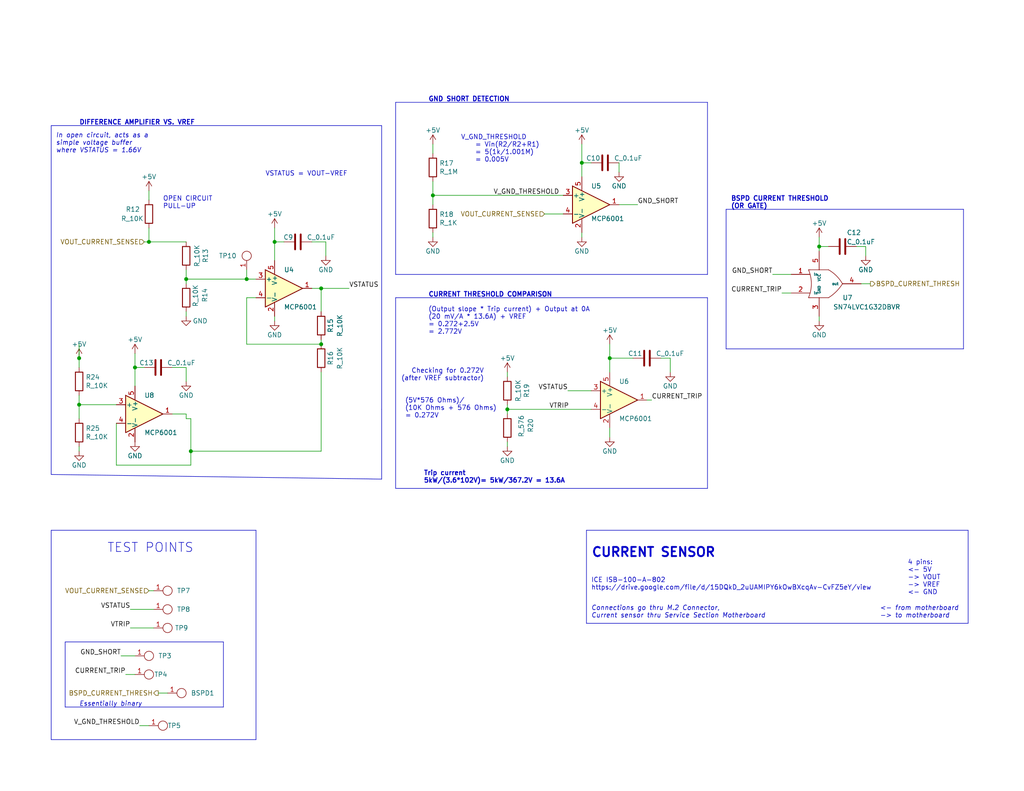
<source format=kicad_sch>
(kicad_sch (version 20250114) (generator "eeschema") (generator_version "9.0")
  (paper "A")
  (title_block (title "BMS Core | BSPD Current Sensing Trigger") (date "2022-12-03") (rev "0") (company "Olin Electric Motorsports") (comment 1 "Melissa Kazazic"))
  (lib_symbols
    (symbol "MCP6001_1" (pin_names (offset 0.127))
      (property "Reference" "U" (at 0 5.08 0))
      (property "Value" "MCP6001_1" (at 0 -5.08 0))
      (symbol "MCP6001_1_0_1"
        (polyline (pts (xy -5.08 5.08) (xy 5.08 0) (xy -5.08 -5.08) (xy -5.08 5.08)) (stroke (width 0.254)) (fill (type background)))
        (pin power_in line (at -2.54 7.62 270) (length 3.81) (name "V+") (number "5"))
        (pin power_in line (at -2.54 -7.62 90) (length 3.81) (name "V-") (number "2"))
      )
      (symbol "MCP6001_1_1_1"
        (pin input line (at -7.62 2.54 0) (length 2.54) (name "+") (number "3"))
        (pin input line (at -7.62 -2.54 0) (length 2.54) (name "-") (number "4"))
        (pin output line (at 7.62 0 180) (length 2.54) (name "~") (number "1"))
      )
    )
    (symbol "MCP6001_2" (pin_names (offset 0.127))
      (property "Reference" "U" (at 0 5.08 0))
      (property "Value" "MCP6001_2" (at 0 -5.08 0))
      (symbol "MCP6001_2_0_1"
        (polyline (pts (xy -5.08 5.08) (xy 5.08 0) (xy -5.08 -5.08) (xy -5.08 5.08)) (stroke (width 0.254)) (fill (type background)))
        (pin power_in line (at -2.54 7.62 270) (length 3.81) (name "V+") (number "5"))
        (pin power_in line (at -2.54 -7.62 90) (length 3.81) (name "V-") (number "2"))
      )
      (symbol "MCP6001_2_1_1"
        (pin input line (at -7.62 2.54 0) (length 2.54) (name "+") (number "3"))
        (pin input line (at -7.62 -2.54 0) (length 2.54) (name "-") (number "4"))
        (pin output line (at 7.62 0 180) (length 2.54) (name "~") (number "1"))
      )
    )
    (symbol "OEM:0u1F" (pin_numbers (hide yes)) (pin_names (offset 0.254))
      (property "Reference" "C" (at 0.635 2.54 0))
      (property "Value" "0u1F" (at 0.635 -2.54 0))
      (symbol "0u1F_0_1"
        (polyline (pts (xy -2.032 0.762) (xy 2.032 0.762)) (stroke (width 0.508)))
        (polyline (pts (xy -2.032 -0.762) (xy 2.032 -0.762)) (stroke (width 0.508)))
      )
      (symbol "0u1F_1_1"
        (pin passive line (at 0 3.81 270) (length 2.794) (name "~") (number "1"))
        (pin passive line (at 0 -3.81 90) (length 2.794) (name "~") (number "2"))
      )
    )
    (symbol "OEM:10KR" (pin_numbers (hide yes)) (pin_names (offset 0))
      (property "Reference" "R" (at 2.032 0 90))
      (property "Value" "10KR" (at 0 0 90))
      (symbol "10KR_0_1"
        (rectangle (start -1.016 -2.54) (end 1.016 2.54) (stroke (width 0.254)))
      )
      (symbol "10KR_1_1"
        (pin passive line (at 0 3.81 270) (length 1.27) (name "~") (number "1"))
        (pin passive line (at 0 -3.81 90) (length 1.27) (name "~") (number "2"))
      )
    )
    (symbol "OEM:1KR" (pin_numbers (hide yes)) (pin_names (offset 0))
      (property "Reference" "R" (at 2.032 0 90))
      (property "Value" "1KR" (at 0 0 90))
      (symbol "1KR_0_1"
        (rectangle (start -1.016 -2.54) (end 1.016 2.54) (stroke (width 0.254)))
      )
      (symbol "1KR_1_1"
        (pin passive line (at 0 3.81 270) (length 1.27) (name "~") (number "1"))
        (pin passive line (at 0 -3.81 90) (length 1.27) (name "~") (number "2"))
      )
    )
    (symbol "OEM:1MR" (pin_numbers (hide yes)) (pin_names (offset 0))
      (property "Reference" "R" (at 2.032 0 90))
      (property "Value" "1MR" (at 0 0 90))
      (symbol "1MR_0_1"
        (rectangle (start -1.016 -2.54) (end 1.016 2.54) (stroke (width 0.254)))
      )
      (symbol "1MR_1_1"
        (pin passive line (at 0 3.81 270) (length 1.27) (name "~") (number "1"))
        (pin passive line (at 0 -3.81 90) (length 1.27) (name "~") (number "2"))
      )
    )
    (symbol "OEM:576R" (pin_numbers (hide yes)) (pin_names (offset 0))
      (property "Reference" "R" (at 2.032 0 90))
      (property "Value" "576R" (at 0 0 90))
      (symbol "576R_0_1"
        (rectangle (start -1.016 -2.54) (end 1.016 2.54) (stroke (width 0.254)))
      )
      (symbol "576R_1_1"
        (pin passive line (at 0 3.81 270) (length 1.27) (name "~") (number "1"))
        (pin passive line (at 0 -3.81 90) (length 1.27) (name "~") (number "2"))
      )
    )
    (symbol "OEM:MCP6001" (pin_names (offset 0.127))
      (property "Reference" "U" (at 0 5.08 0))
      (property "Value" "MCP6001" (at 0 -5.08 0))
      (symbol "MCP6001_0_1"
        (polyline (pts (xy -5.08 5.08) (xy 5.08 0) (xy -5.08 -5.08) (xy -5.08 5.08)) (stroke (width 0.254)) (fill (type background)))
        (pin power_in line (at -2.54 7.62 270) (length 3.81) (name "V+") (number "5"))
        (pin power_in line (at -2.54 -7.62 90) (length 3.81) (name "V-") (number "2"))
      )
      (symbol "MCP6001_1_1"
        (pin input line (at -7.62 2.54 0) (length 2.54) (name "+") (number "3"))
        (pin input line (at -7.62 -2.54 0) (length 2.54) (name "-") (number "4"))
        (pin output line (at 7.62 0 180) (length 2.54) (name "~") (number "1"))
      )
    )
    (symbol "OEM:SN74LVC1G32DBVR" (pin_names (offset 1.016))
      (property "Reference" "U" (at 0 11.43 0))
      (property "Value" "SN74LVC1G32DBVR" (at 0 16.51 0))
      (symbol "SN74LVC1G32DBVR_0_1"
        (polyline (pts (xy -2.921 -3.81) (xy -2.54 -3.81)))
        (polyline (pts (xy -2.54 3.81) (xy -2.921 3.81)))
      )
      (symbol "SN74LVC1G32DBVR_1_1"
        (arc (start -2.921 3.81) (mid -2.139 0) (end -2.921 -3.81))
        (arc (start 6.35 0) (mid 4.662 -2.122) (end 2.54 -3.81))
        (arc (start 2.54 3.81) (mid 4.7001 2.1601) (end 6.35 0))
        (polyline (pts (xy -2.54 3.81) (xy 2.54 3.81)))
        (polyline (pts (xy -2.54 -3.81) (xy 2.54 -3.81)))
        (pin bidirectional line (at -7.62 2.54 0) (length 5.08) (name "in") (number "1"))
        (pin bidirectional line (at -7.62 -2.54 0) (length 5.08) (name "in") (number "2"))
        (pin bidirectional line (at 0 8.89 270) (length 5.08) (name "VCC") (number "5"))
        (pin bidirectional line (at 0 -8.89 90) (length 5.08) (name "GND") (number "3"))
        (pin bidirectional line (at 11.43 0 180) (length 5.08) (name "out") (number "4"))
      )
    )
    (symbol "OEM:TP_1mm" (pin_names (offset 1.016)) (in_bom no)
      (property "Reference" "TP" (at 0 7.62 0))
      (property "Value" "TP_1mm" (at 1.27 5.08 0))
      (symbol "TP_1mm_1_1"
        (circle (center 0 2.54) (radius 1.27))
        (pin input line (at 0 -1.27 90) (length 2.54) (name "~") (number "1"))
      )
    )
    (symbol "power:+5V" (power) (pin_names (offset 0))
      (property "Value" "+5V" (at 0 3.556 0))
      (symbol "+5V_0_1"
        (polyline (pts (xy -0.762 1.27) (xy 0 2.54)))
        (polyline (pts (xy 0 2.54) (xy 0.762 1.27)))
        (polyline (pts (xy 0 0) (xy 0 2.54)))
      )
      (symbol "+5V_1_1"
        (pin power_in line (at 0 0 90) (length 0) (hide yes) (name "+5V") (number "1"))
      )
    )
    (symbol "power:GND" (power) (pin_names (offset 0))
      (property "Value" "GND" (at 0 -3.81 0))
      (symbol "GND_0_1"
        (polyline (pts (xy 0 0) (xy 0 -1.27) (xy 1.27 -1.27) (xy 0 -2.54) (xy -1.27 -1.27) (xy 0 -1.27)))
      )
      (symbol "GND_1_1"
        (pin power_in line (at 0 0 270) (length 0) (hide yes) (name "GND") (number "1"))
      )
    )
  )
  (text "CURRENT THRESHOLD COMPARISON" (at 116.84 81.28 0) (effects (font (size 1.27 1.27) (thickness 0.254) (bold yes)) (justify left bottom)))
  (text "<- from motherboard\n-> to motherboard" (at 240.03 168.91 0) (effects (font (size 1.27 1.27) (italic yes)) (justify left bottom)))
  (text "TEST POINTS" (at 29.21 151.13 0) (effects (font (size 2.4892 2.4892)) (justify left bottom)))
  (text "VSTATUS = VOUT-VREF" (at 72.39 48.26 0) (effects (font (size 1.27 1.27)) (justify left bottom)))
  (text "4 pins:\n<- 5V\n-> VOUT\n-> VREF\n<- GND" (at 247.65 162.56 0) (effects (font (size 1.27 1.27)) (justify left bottom)))
  (text "OPEN CIRCUIT\nPULL-UP" (at 44.45 57.15 0) (effects (font (size 1.27 1.27)) (justify left bottom)))
  (text "(Output slope * Trip current) + Output at 0A\n(20 mV/A * 13.6A) + VREF\n= 0.272+2.5V \n= 2.772V" (at 116.84 91.44 0) (effects (font (size 1.27 1.27)) (justify left bottom)))
  (text "Connections go thru M.2 Connector,\nCurrent sensor thru Service Section Motherboard" (at 161.29 168.91 0) (effects (font (size 1.27 1.27) (italic yes)) (justify left bottom)))
  (text "BSPD CURRENT THRESHOLD\n(OR GATE)" (at 199.39 57.15 0) (effects (font (size 1.27 1.27) (thickness 0.254) (bold yes)) (justify left bottom)))
  (text "GND SHORT DETECTION" (at 116.84 27.94 0) (effects (font (size 1.27 1.27) (thickness 0.254) (bold yes)) (justify left bottom)))
  (text "Trip current\n5kW/(3.6*102V)= 5kW/367.2V = 13.6A" (at 115.57 132.08 0) (effects (font (size 1.27 1.27) (thickness 0.254) (bold yes)) (justify left bottom)))
  (text "V_GND_THRESHOLD\n    = Vin(R2/R2+R1)\n    = 5(1k/1.001M)\n    = 0.005V" (at 125.73 44.45 0) (effects (font (size 1.27 1.27)) (justify left bottom)))
  (text "Checking for 0.272V\n(after VREF subtractor)" (at 132.08 104.14 0) (effects (font (size 1.27 1.27)) (justify right bottom)))
  (text "(5V*576 Ohms)/\n(10K Ohms + 576 Ohms)\n= 0.272V" (at 110.49 114.3 0) (effects (font (size 1.27 1.27)) (justify left bottom)))
  (text "Essentially binary" (at 21.59 193.04 0) (effects (font (size 1.27 1.27) (italic yes)) (justify left bottom)))
  (text "CURRENT SENSOR" (at 161.29 152.4 0) (effects (font (size 2.4892 2.4892) (thickness 0.4978) (bold yes)) (justify left bottom)))
  (text "DIFFERENCE AMPLIFIER VS. VREF" (at 21.59 34.29 0) (effects (font (size 1.27 1.27) (thickness 0.254) (bold yes)) (justify left bottom)))
  (text "ICE ISB-100-A-802\nhttps://drive.google.com/file/d/15DQkD_2uUAMIPY6kOwBXcqAv-CvFZ5eY/view" (at 161.29 161.29 0) (effects (font (size 1.27 1.27)) (justify left bottom)))
  (text "In open circuit, acts as a \nsimple voltage buffer\nwhere VSTATUS = 1.66V" (at 15.24 41.91 0) (effects (font (size 1.27 1.27) (italic yes)) (justify left bottom)))
  (junction (at 36.83 100.33))
  (junction (at 87.63 78.74))
  (junction (at 40.64 66.04))
  (junction (at 74.93 66.04))
  (junction (at 158.75 44.45))
  (junction (at 67.31 76.2))
  (junction (at 118.11 53.34))
  (junction (at 21.59 110.49))
  (junction (at 138.43 111.76))
  (junction (at 87.63 93.98))
  (junction (at 21.59 97.79))
  (junction (at 52.07 123.19))
  (junction (at 166.37 97.79))
  (junction (at 50.8 76.2))
  (junction (at 223.52 67.31))
  (wire (pts (xy 50.8 76.2) (xy 67.31 76.2)))
  (wire (pts (xy 50.8 100.33) (xy 50.8 104.14)))
  (polyline (pts (xy 60.96 193.04) (xy 60.96 175.26)))
  (wire (pts (xy 223.52 64.77) (xy 223.52 67.31)))
  (wire (pts (xy 50.8 113.03) (xy 46.99 113.03)))
  (polyline (pts (xy 107.95 81.28) (xy 107.95 133.35)))
  (wire (pts (xy 38.1 198.12) (xy 40.64 198.12)))
  (polyline (pts (xy 17.78 175.26) (xy 60.96 175.26)))
  (wire (pts (xy 87.63 93.98) (xy 87.63 92.71)))
  (wire (pts (xy 118.11 53.34) (xy 118.11 55.88)))
  (wire (pts (xy 31.75 127) (xy 52.07 127)))
  (wire (pts (xy 67.31 93.98) (xy 87.63 93.98)))
  (polyline (pts (xy 104.14 34.29) (xy 13.97 34.29)))
  (polyline (pts (xy 69.85 144.78) (xy 69.85 201.93)))
  (polyline (pts (xy 107.95 74.93) (xy 193.04 74.93)))
  (wire (pts (xy 21.59 97.79) (xy 21.59 93.98)))
  (wire (pts (xy 74.93 66.04) (xy 74.93 71.12)))
  (polyline (pts (xy 17.78 193.04) (xy 60.96 193.04)))
  (polyline (pts (xy 198.12 57.15) (xy 262.89 57.15)))
  (wire (pts (xy 50.8 73.66) (xy 50.8 76.2)))
  (wire (pts (xy 69.85 76.2) (xy 67.31 76.2)))
  (polyline (pts (xy 104.14 111.76) (xy 104.14 111.76)))
  (wire (pts (xy 118.11 39.37) (xy 118.11 41.91)))
  (wire (pts (xy 39.37 100.33) (xy 36.83 100.33)))
  (wire (pts (xy 85.09 66.04) (xy 88.9 66.04)))
  (wire (pts (xy 118.11 63.5) (xy 118.11 64.77)))
  (wire (pts (xy 158.75 63.5) (xy 158.75 64.77)))
  (wire (pts (xy 138.43 101.6) (xy 138.43 102.87)))
  (polyline (pts (xy 160.02 170.18) (xy 264.16 170.18)))
  (wire (pts (xy 138.43 110.49) (xy 138.43 111.76)))
  (wire (pts (xy 210.82 74.93) (xy 215.9 74.93)))
  (polyline (pts (xy 13.97 34.29) (xy 13.97 129.54)))
  (polyline (pts (xy 104.14 130.81) (xy 104.14 34.29)))
  (wire (pts (xy 21.59 97.79) (xy 21.59 100.33)))
  (polyline (pts (xy 17.78 175.26) (xy 17.78 193.04)))
  (polyline (pts (xy 193.04 74.93) (xy 193.04 27.94)))
  (wire (pts (xy 41.91 166.37) (xy 35.56 166.37)))
  (wire (pts (xy 168.91 55.88) (xy 173.99 55.88)))
  (wire (pts (xy 21.59 121.92) (xy 21.59 123.19)))
  (wire (pts (xy 158.75 39.37) (xy 158.75 44.45)))
  (wire (pts (xy 46.99 100.33) (xy 50.8 100.33)))
  (wire (pts (xy 87.63 78.74) (xy 95.25 78.74)))
  (wire (pts (xy 35.56 171.45) (xy 41.91 171.45)))
  (wire (pts (xy 31.75 115.57) (xy 31.75 127)))
  (wire (pts (xy 158.75 44.45) (xy 158.75 48.26)))
  (wire (pts (xy 52.07 123.19) (xy 87.63 123.19)))
  (polyline (pts (xy 160.02 144.78) (xy 160.02 170.18)))
  (wire (pts (xy 21.59 110.49) (xy 31.75 110.49)))
  (wire (pts (xy 182.88 101.6) (xy 182.88 97.79)))
  (wire (pts (xy 21.59 110.49) (xy 21.59 114.3)))
  (polyline (pts (xy 13.97 201.93) (xy 69.85 201.93)))
  (wire (pts (xy 176.53 109.22) (xy 177.8 109.22)))
  (polyline (pts (xy 13.97 144.78) (xy 69.85 144.78)))
  (wire (pts (xy 87.63 123.19) (xy 87.63 101.6)))
  (wire (pts (xy 166.37 93.98) (xy 166.37 97.79)))
  (wire (pts (xy 168.91 44.45) (xy 168.91 46.99)))
  (wire (pts (xy 166.37 116.84) (xy 166.37 119.38)))
  (wire (pts (xy 36.83 96.52) (xy 36.83 100.33)))
  (wire (pts (xy 67.31 81.28) (xy 69.85 81.28)))
  (wire (pts (xy 223.52 67.31) (xy 226.06 67.31)))
  (polyline (pts (xy 262.89 95.25) (xy 262.89 57.15)))
  (wire (pts (xy 154.94 106.68) (xy 161.29 106.68)))
  (wire (pts (xy 40.64 66.04) (xy 50.8 66.04)))
  (wire (pts (xy 87.63 85.09) (xy 87.63 78.74)))
  (wire (pts (xy 223.52 86.36) (xy 223.52 87.63)))
  (wire (pts (xy 36.83 100.33) (xy 36.83 105.41)))
  (polyline (pts (xy 160.02 144.78) (xy 264.16 144.78)))
  (wire (pts (xy 74.93 62.23) (xy 74.93 66.04)))
  (wire (pts (xy 45.72 189.23) (xy 43.18 189.23)))
  (wire (pts (xy 50.8 76.2) (xy 50.8 77.47)))
  (wire (pts (xy 21.59 110.49) (xy 21.59 107.95)))
  (wire (pts (xy 223.52 67.31) (xy 223.52 68.58)))
  (wire (pts (xy 138.43 120.65) (xy 138.43 121.92)))
  (wire (pts (xy 166.37 97.79) (xy 172.72 97.79)))
  (wire (pts (xy 52.07 123.19) (xy 52.07 114.3)))
  (wire (pts (xy 237.49 77.47) (xy 234.95 77.47)))
  (wire (pts (xy 148.59 58.42) (xy 153.67 58.42)))
  (polyline (pts (xy 13.97 129.54) (xy 104.14 130.81)))
  (wire (pts (xy 74.93 86.36) (xy 74.93 87.63)))
  (polyline (pts (xy 193.04 27.94) (xy 107.95 27.94)))
  (polyline (pts (xy 193.04 81.28) (xy 107.95 81.28)))
  (wire (pts (xy 50.8 114.3) (xy 50.8 113.03)))
  (wire (pts (xy 67.31 73.66) (xy 67.31 76.2)))
  (wire (pts (xy 85.09 78.74) (xy 87.63 78.74)))
  (wire (pts (xy 118.11 49.53) (xy 118.11 53.34)))
  (polyline (pts (xy 198.12 95.25) (xy 262.89 95.25)))
  (wire (pts (xy 236.22 69.85) (xy 236.22 67.31)))
  (wire (pts (xy 50.8 114.3) (xy 52.07 114.3)))
  (wire (pts (xy 67.31 81.28) (xy 67.31 93.98)))
  (wire (pts (xy 33.02 179.07) (xy 36.83 179.07)))
  (wire (pts (xy 40.64 62.23) (xy 40.64 66.04)))
  (polyline (pts (xy 264.16 170.18) (xy 264.16 144.78)))
  (wire (pts (xy 215.9 80.01) (xy 213.36 80.01)))
  (polyline (pts (xy 198.12 57.15) (xy 198.12 95.25)))
  (polyline (pts (xy 193.04 133.35) (xy 193.04 81.28)))
  (wire (pts (xy 158.75 44.45) (xy 161.29 44.45)))
  (wire (pts (xy 138.43 111.76) (xy 161.29 111.76)))
  (wire (pts (xy 182.88 97.79) (xy 180.34 97.79)))
  (wire (pts (xy 40.64 52.07) (xy 40.64 54.61)))
  (wire (pts (xy 118.11 53.34) (xy 153.67 53.34)))
  (wire (pts (xy 138.43 111.76) (xy 138.43 113.03)))
  (wire (pts (xy 40.64 161.29) (xy 41.91 161.29)))
  (wire (pts (xy 34.29 184.15) (xy 36.83 184.15)))
  (polyline (pts (xy 107.95 133.35) (xy 193.04 133.35)))
  (wire (pts (xy 39.37 66.04) (xy 40.64 66.04)))
  (wire (pts (xy 77.47 66.04) (xy 74.93 66.04)))
  (wire (pts (xy 88.9 66.04) (xy 88.9 69.85)))
  (polyline (pts (xy 107.95 27.94) (xy 107.95 74.93)))
  (wire (pts (xy 236.22 67.31) (xy 233.68 67.31)))
  (wire (pts (xy 50.8 85.09) (xy 50.8 86.36)))
  (wire (pts (xy 166.37 97.79) (xy 166.37 101.6)))
  (wire (pts (xy 52.07 123.19) (xy 52.07 127)))
  (polyline (pts (xy 13.97 144.78) (xy 13.97 201.93)))
  (label "CURRENT_TRIP" (at 177.8 109.22 0))
  (label "GND_SHORT" (at 173.99 55.88 0))
  (label "CURRENT_TRIP" (at 213.36 80.01 180))
  (label "GND_SHORT" (at 210.82 74.93 180))
  (label "GND_SHORT" (at 33.02 179.07 180))
  (label "VTRIP" (at 35.56 171.45 180))
  (label "VSTATUS" (at 154.94 106.68 180))
  (label "CURRENT_TRIP" (at 34.29 184.15 180))
  (label "VSTATUS" (at 35.56 166.37 180))
  (label "VTRIP" (at 149.86 111.76 0))
  (label "V_GND_THRESHOLD" (at 134.62 53.34 0))
  (label "VSTATUS" (at 95.25 78.74 0))
  (label "V_GND_THRESHOLD" (at 38.1 198.12 180))
  (hierarchical_label "VOUT_CURRENT_SENSE" (shape input) (at 39.37 66.04 180))
  (hierarchical_label "BSPD_CURRENT_THRESH" (shape output) (at 237.49 77.47 0))
  (hierarchical_label "VOUT_CURRENT_SENSE" (shape input) (at 40.64 161.29 180))
  (hierarchical_label "BSPD_CURRENT_THRESH" (shape output) (at 43.18 189.23 180))
  (hierarchical_label "VOUT_CURRENT_SENSE" (shape input) (at 148.59 58.42 180))
  (symbol (lib_id "power:+5V") (at 166.37 93.98 0) (unit 1)
    (property "Reference" "#PWR?" (effects (hide yes)))
    (property "Value" "+5V" (at 166.37 90.17 0))
  )
  (symbol (lib_id "OEM:0u1F") (at 81.28 66.04 90) (unit 1)
    (property "Reference" "C9" (at 80.01 64.77 90) (effects (justify left)))
    (property "Value" "C_0.1uF" (at 91.44 64.77 90) (effects (justify left)))
    (property "Footprint" "OEM:C_0603" (effects (hide yes)))
    (property "Datasheet" "http://datasheets.avx.com/X7RDielectric.pdf" (effects (hide yes)))
    (property "MFN" "DK" (effects (hide yes)))
    (property "MPN" "478-3352-1-ND" (effects (hide yes)))
    (property "DKPN" "1276-1935-2-ND" (effects (hide yes)))
    (property "Package" "0603" (effects (hide yes)))
    (property "Stocked" "Reel" (effects (hide yes)))
    (property "NewDesigns" "YES" (effects (hide yes)))
    (property "Style" "SMD" (effects (hide yes)))
  )
  (symbol (lib_id "OEM:0u1F") (at 43.18 100.33 90) (unit 1)
    (property "Reference" "C13" (at 41.91 99.06 90) (effects (justify left)))
    (property "Value" "C_0.1uF" (at 53.34 99.06 90) (effects (justify left)))
    (property "Footprint" "OEM:C_0603" (effects (hide yes)))
    (property "Datasheet" "http://datasheets.avx.com/X7RDielectric.pdf" (effects (hide yes)))
    (property "MFN" "DK" (effects (hide yes)))
    (property "MPN" "478-3352-1-ND" (effects (hide yes)))
    (property "DKPN" "1276-1935-2-ND" (effects (hide yes)))
    (property "Package" "0603" (effects (hide yes)))
    (property "Stocked" "Reel" (effects (hide yes)))
    (property "NewDesigns" "YES" (effects (hide yes)))
    (property "Style" "SMD" (effects (hide yes)))
  )
  (symbol (lib_id "OEM:10KR") (at 50.8 69.85 0) (unit 1)
    (property "Reference" "R13" (at 56.0578 69.85 90))
    (property "Value" "R_10K" (at 53.7464 69.85 90))
    (property "Footprint" "OEM:R_0603" (effects (hide yes)))
    (property "Datasheet" "http://www.bourns.com/data/global/pdfs/CRS.pdf" (effects (hide yes)))
    (property "MFN" "DK" (effects (hide yes)))
    (property "MPN" "CRS0805-FX-1002ELFCT-ND" (effects (hide yes)))
    (property "DKPN" "RMCF0603FT10K0TR-ND" (effects (hide yes)))
    (property "Package" "0603" (effects (hide yes)))
    (property "NewDesigns" "YES" (effects (hide yes)))
    (property "Stocked" "Reel" (effects (hide yes)))
    (property "Style" "SMD" (effects (hide yes)))
  )
  (symbol (lib_id "power:+5V") (at 40.64 52.07 0) (unit 1)
    (property "Reference" "#PWR?" (effects (hide yes)))
    (property "Value" "+5V" (at 40.64 48.26 0))
  )
  (symbol (lib_id "OEM:TP_1mm") (at 41.91 198.12 270) (unit 1) (in_bom no)
    (property "Reference" "TP5" (at 45.72 198.12 90) (effects (justify left)))
    (property "Value" "V_GND_THRESHOLD" (effects (hide yes)))
    (property "Footprint" "TestPoint:TestPoint_Pad_D1.0mm" (effects (hide yes)))
    (property "NewDesigns" "YES" (effects (hide yes)))
    (property "Package" "Custom" (effects (hide yes)))
    (property "Style" "SMD" (effects (hide yes)))
  )
  (symbol (lib_id "power:+5V") (at 36.83 96.52 0) (unit 1)
    (property "Reference" "#PWR?" (effects (hide yes)))
    (property "Value" "+5V" (at 36.83 92.71 0))
  )
  (symbol (lib_id "OEM:SN74LVC1G32DBVR") (at 223.52 77.47 0) (unit 1)
    (property "Reference" "U7" (at 229.87 81.28 0) (effects (justify left)))
    (property "Value" "SN74LVC1G32DBVR" (at 227.33 83.82 0) (effects (justify left)))
    (property "Footprint" "OEM:SOT-23-5_OEM" (effects (hide yes)))
    (property "Datasheet" "http://www.ti.com/lit/ds/symlink/sn74lvc1g32.pdf" (effects (hide yes)))
    (property "MFN" "DK" (effects (hide yes)))
    (property "MPN" "296-9847-1-ND" (effects (hide yes)))
    (property "DKPN" "296-9847-1-ND" (effects (hide yes)))
    (property "Stocked" "Tape" (effects (hide yes)))
    (property "NewDesigns" "YES" (effects (hide yes)))
    (property "Package" "SOT-23-5" (effects (hide yes)))
    (property "Style" "SMD" (effects (hide yes)))
  )
  (symbol (lib_id "OEM:TP_1mm") (at 67.31 72.39 0) (unit 1) (in_bom no)
    (property "Reference" "TP10" (at 59.69 69.85 0) (effects (justify left)))
    (property "Value" "TP_1mm" (effects (hide yes)))
    (property "Footprint" "TestPoint:TestPoint_Pad_D1.0mm" (effects (hide yes)))
    (property "NewDesigns" "YES" (effects (hide yes)))
    (property "Package" "Custom" (effects (hide yes)))
    (property "Style" "SMD" (effects (hide yes)))
  )
  (symbol (lib_id "power:GND") (at 74.93 87.63 0) (unit 1)
    (property "Reference" "#PWR?" (effects (hide yes)))
    (property "Value" "GND" (at 74.93 91.44 0))
  )
  (symbol (lib_id "OEM:1KR") (at 118.11 59.69 0) (unit 1)
    (property "Reference" "R18" (at 119.888 58.5216 0) (effects (justify left)))
    (property "Value" "R_1K" (at 119.888 60.833 0) (effects (justify left)))
    (property "Footprint" "OEM:R_0603" (effects (hide yes)))
    (property "Datasheet" "https://www.seielect.com/Catalog/SEI-rncp.pdf" (effects (hide yes)))
    (property "MFN" "DK" (effects (hide yes)))
    (property "MPN" "RNCP0805FTD1K00CT-ND" (effects (hide yes)))
    (property "DKPN" "RMCF0603FT1K00TR-ND" (effects (hide yes)))
    (property "NewDesigns" "YES" (effects (hide yes)))
    (property "Stocked" "Reel" (effects (hide yes)))
    (property "Package" "0603" (effects (hide yes)))
    (property "Style" "SMD" (effects (hide yes)))
  )
  (symbol (lib_id "power:GND") (at 36.83 120.65 0) (unit 1)
    (property "Reference" "#PWR?" (effects (hide yes)))
    (property "Value" "GND" (at 36.83 124.46 0))
  )
  (symbol (lib_id "OEM:TP_1mm") (at 46.99 189.23 270) (unit 1) (in_bom no)
    (property "Reference" "BSPD1" (at 52.07 189.23 90) (effects (justify left)))
    (property "Value" "BSPD_CURRENT_THRESH" (effects (hide yes)))
    (property "Footprint" "TestPoint:TestPoint_Pad_D1.0mm" (effects (hide yes)))
    (property "NewDesigns" "YES" (effects (hide yes)))
    (property "Package" "Custom" (effects (hide yes)))
    (property "Style" "SMD" (effects (hide yes)))
  )
  (symbol (lib_id "power:GND") (at 88.9 69.85 0) (unit 1)
    (property "Reference" "#PWR?" (effects (hide yes)))
    (property "Value" "GND" (at 88.9 73.66 0))
  )
  (symbol (lib_id "OEM:576R") (at 138.43 116.84 0) (unit 1)
    (property "Reference" "R20" (at 144.78 118.11 90) (effects (justify left)))
    (property "Value" "R_576" (at 142.24 119.38 90) (effects (justify left)))
    (property "Footprint" "OEM:R_0603" (effects (hide yes)))
    (property "Datasheet" "${OEM_DIR}/parts/datasheets/stackpole_RMCF_RMCP.pdf" (effects (hide yes)))
    (property "MPN" "RMCF0603FT576R" (effects (hide yes)))
    (property "DKPN" "RMCF0603FT576RDKR-ND" (effects (hide yes)))
    (property "MFN" "Stackpole Electronics" (effects (hide yes)))
    (property "NewDesigns" "YES" (effects (hide yes)))
    (property "Stocked" "Digi-Reel" (effects (hide yes)))
    (property "Package" "0603" (effects (hide yes)))
    (property "Style" "SMD" (effects (hide yes)))
  )
  (symbol (lib_id "OEM:1MR") (at 118.11 45.72 0) (unit 1)
    (property "Reference" "R17" (at 119.888 44.5516 0) (effects (justify left)))
    (property "Value" "R_1M" (at 119.888 46.863 0) (effects (justify left)))
    (property "Footprint" "OEM:R_0603" (effects (hide yes)))
    (property "Datasheet" "https://www.seielect.com/Catalog/SEI-rncp.pdf" (effects (hide yes)))
    (property "MFN" "DK" (effects (hide yes)))
    (property "MPN" "RMCF0805JT1M00CT-ND" (effects (hide yes)))
    (property "DKPN" "1292-WR06X1004FTLDKR-ND" (effects (hide yes)))
    (property "NewDesigns" "YES" (effects (hide yes)))
    (property "Stocked" "Digi-Reel" (effects (hide yes)))
    (property "Package" "0603" (effects (hide yes)))
    (property "Style" "SMD" (effects (hide yes)))
  )
  (symbol (lib_id "OEM:0u1F") (at 229.87 67.31 90) (unit 1)
    (property "Reference" "C12" (at 234.95 63.5 90) (effects (justify left)))
    (property "Value" "C_0.1uF" (at 238.76 66.04 90) (effects (justify left)))
    (property "Footprint" "OEM:C_0603" (effects (hide yes)))
    (property "Datasheet" "http://datasheets.avx.com/X7RDielectric.pdf" (effects (hide yes)))
    (property "MFN" "DK" (effects (hide yes)))
    (property "MPN" "478-3352-1-ND" (effects (hide yes)))
    (property "DKPN" "1276-1935-2-ND" (effects (hide yes)))
    (property "Package" "0603" (effects (hide yes)))
    (property "Stocked" "Reel" (effects (hide yes)))
    (property "NewDesigns" "YES" (effects (hide yes)))
    (property "Style" "SMD" (effects (hide yes)))
  )
  (symbol (lib_id "OEM:1MR") (at 21.59 104.14 0) (unit 1)
    (property "Reference" "R24" (at 23.368 102.9716 0) (effects (justify left)))
    (property "Value" "R_10K" (at 23.368 105.283 0) (effects (justify left)))
    (property "Footprint" "OEM:R_0603" (effects (hide yes)))
    (property "Datasheet" "https://www.seielect.com/Catalog/SEI-rncp.pdf" (effects (hide yes)))
    (property "MFN" "DK" (effects (hide yes)))
    (property "MPN" "RMCF0805JT1M00CT-ND" (effects (hide yes)))
    (property "DKPN" "1292-WR06X1004FTLDKR-ND" (effects (hide yes)))
    (property "NewDesigns" "YES" (effects (hide yes)))
    (property "Stocked" "Digi-Reel" (effects (hide yes)))
    (property "Package" "0603" (effects (hide yes)))
    (property "Style" "SMD" (effects (hide yes)))
  )
  (symbol (lib_id "OEM:10KR") (at 87.63 97.79 180) (unit 1)
    (property "Reference" "R16" (at 90.17 97.79 90))
    (property "Value" "R_10K" (at 92.71 97.79 90))
    (property "Footprint" "OEM:R_0603" (effects (hide yes)))
    (property "Datasheet" "http://www.bourns.com/data/global/pdfs/CRS.pdf" (effects (hide yes)))
    (property "MFN" "DK" (effects (hide yes)))
    (property "MPN" "CRS0805-FX-1002ELFCT-ND" (effects (hide yes)))
    (property "DKPN" "RMCF0603FT10K0TR-ND" (effects (hide yes)))
    (property "Package" "0603" (effects (hide yes)))
    (property "NewDesigns" "YES" (effects (hide yes)))
    (property "Stocked" "Reel" (effects (hide yes)))
    (property "Style" "SMD" (effects (hide yes)))
  )
  (symbol (lib_id "OEM:MCP6001") (at 168.91 109.22 0) (unit 1)
    (property "Reference" "U6" (at 168.91 104.14 0) (effects (justify left)))
    (property "Value" "MCP6001" (at 168.91 114.3 0) (effects (justify left)))
    (property "Footprint" "Package_TO_SOT_SMD:SOT-353_SC-70-5" (effects (hide yes)))
    (property "Datasheet" "${OEM_DIR}/parts/datasheets/microchip_MCP600XX.pdf" (effects (hide yes)))
    (property "MFN" "Microchip" (effects (hide yes)))
    (property "MPN" "MCP6001T-I/OT" (effects (hide yes)))
    (property "DKPN" "MCP6001T-I/OTCT-ND" (effects (hide yes)))
    (property "Package" "SC-70-5" (effects (hide yes)))
    (property "NewDesigns" "YES" (effects (hide yes)))
    (property "Stocked" "Tape" (effects (hide yes)))
    (property "Style" "SMD" (effects (hide yes)))
  )
  (symbol (lib_id "OEM:10KR") (at 50.8 81.28 180) (unit 1)
    (property "Reference" "R14" (at 55.88 82.55 90) (effects (justify right)))
    (property "Value" "R_10K" (at 53.34 83.82 90) (effects (justify right)))
    (property "Footprint" "OEM:R_0603" (effects (hide yes)))
    (property "Datasheet" "http://www.bourns.com/data/global/pdfs/CRS.pdf" (effects (hide yes)))
    (property "MFN" "DK" (effects (hide yes)))
    (property "MPN" "CRS0805-FX-1002ELFCT-ND" (effects (hide yes)))
    (property "DKPN" "RMCF0603FT10K0TR-ND" (effects (hide yes)))
    (property "Package" "0603" (effects (hide yes)))
    (property "NewDesigns" "YES" (effects (hide yes)))
    (property "Stocked" "Reel" (effects (hide yes)))
    (property "Style" "SMD" (effects (hide yes)))
  )
  (symbol (lib_id "OEM:0u1F") (at 176.53 97.79 90) (unit 1)
    (property "Reference" "C11" (at 175.26 96.52 90) (effects (justify left)))
    (property "Value" "C_0.1uF" (at 186.69 96.52 90) (effects (justify left)))
    (property "Footprint" "OEM:C_0603" (effects (hide yes)))
    (property "Datasheet" "http://datasheets.avx.com/X7RDielectric.pdf" (effects (hide yes)))
    (property "MFN" "DK" (effects (hide yes)))
    (property "MPN" "478-3352-1-ND" (effects (hide yes)))
    (property "DKPN" "1276-1935-2-ND" (effects (hide yes)))
    (property "Package" "0603" (effects (hide yes)))
    (property "Stocked" "Reel" (effects (hide yes)))
    (property "NewDesigns" "YES" (effects (hide yes)))
    (property "Style" "SMD" (effects (hide yes)))
  )
  (symbol (lib_id "OEM:1KR") (at 21.59 118.11 0) (unit 1)
    (property "Reference" "R25" (at 23.368 116.9416 0) (effects (justify left)))
    (property "Value" "R_10K" (at 23.368 119.253 0) (effects (justify left)))
    (property "Footprint" "OEM:R_0603" (effects (hide yes)))
    (property "Datasheet" "https://www.seielect.com/Catalog/SEI-rncp.pdf" (effects (hide yes)))
    (property "MFN" "DK" (effects (hide yes)))
    (property "MPN" "RNCP0805FTD1K00CT-ND" (effects (hide yes)))
    (property "DKPN" "RMCF0603FT1K00TR-ND" (effects (hide yes)))
    (property "NewDesigns" "YES" (effects (hide yes)))
    (property "Stocked" "Reel" (effects (hide yes)))
    (property "Package" "0603" (effects (hide yes)))
    (property "Style" "SMD" (effects (hide yes)))
  )
  (symbol (lib_id "power:GND") (at 21.59 123.19 0) (unit 1)
    (property "Reference" "#PWR?" (effects (hide yes)))
    (property "Value" "GND" (at 21.59 127 0))
  )
  (symbol (lib_id "OEM:TP_1mm") (at 43.18 166.37 270) (unit 1) (in_bom no)
    (property "Reference" "TP8" (at 48.26 166.37 90) (effects (justify left)))
    (property "Value" "VSTATUS" (effects (hide yes)))
    (property "Footprint" "TestPoint:TestPoint_Pad_D1.0mm" (effects (hide yes)))
    (property "NewDesigns" "YES" (effects (hide yes)))
    (property "Package" "Custom" (effects (hide yes)))
    (property "Style" "SMD" (effects (hide yes)))
  )
  (symbol (lib_id "OEM:0u1F") (at 165.1 44.45 90) (unit 1)
    (property "Reference" "C10" (at 163.83 43.18 90) (effects (justify left)))
    (property "Value" "C_0.1uF" (at 175.26 43.18 90) (effects (justify left)))
    (property "Footprint" "OEM:C_0603" (effects (hide yes)))
    (property "Datasheet" "http://datasheets.avx.com/X7RDielectric.pdf" (effects (hide yes)))
    (property "MFN" "DK" (effects (hide yes)))
    (property "MPN" "478-3352-1-ND" (effects (hide yes)))
    (property "DKPN" "1276-1935-2-ND" (effects (hide yes)))
    (property "Package" "0603" (effects (hide yes)))
    (property "Stocked" "Reel" (effects (hide yes)))
    (property "NewDesigns" "YES" (effects (hide yes)))
    (property "Style" "SMD" (effects (hide yes)))
  )
  (symbol (lib_id "power:+5V") (at 138.43 101.6 0) (unit 1)
    (property "Reference" "#PWR?" (effects (hide yes)))
    (property "Value" "+5V" (at 138.43 97.79 0))
  )
  (symbol (lib_id "power:GND") (at 50.8 86.36 0) (unit 1)
    (property "Reference" "#PWR?" (effects (hide yes)))
    (property "Value" "GND" (at 54.61 87.63 0))
  )
  (symbol (lib_id "power:GND") (at 138.43 121.92 0) (unit 1)
    (property "Reference" "#PWR?" (effects (hide yes)))
    (property "Value" "GND" (at 138.43 125.73 0))
  )
  (symbol (lib_id "OEM:10KR") (at 40.64 58.42 180) (unit 1)
    (property "Reference" "R12" (at 34.29 57.15 0) (effects (justify right)))
    (property "Value" "R_10K" (at 33.02 59.69 0) (effects (justify right)))
    (property "Footprint" "OEM:R_0603" (effects (hide yes)))
    (property "Datasheet" "http://www.bourns.com/data/global/pdfs/CRS.pdf" (effects (hide yes)))
    (property "MFN" "DK" (effects (hide yes)))
    (property "MPN" "CRS0805-FX-1002ELFCT-ND" (effects (hide yes)))
    (property "DKPN" "RMCF0603FT10K0TR-ND" (effects (hide yes)))
    (property "Package" "0603" (effects (hide yes)))
    (property "NewDesigns" "YES" (effects (hide yes)))
    (property "Stocked" "Reel" (effects (hide yes)))
    (property "Style" "SMD" (effects (hide yes)))
  )
  (symbol (lib_id "power:GND") (at 182.88 101.6 0) (unit 1)
    (property "Reference" "#PWR?" (effects (hide yes)))
    (property "Value" "GND" (at 182.88 105.41 0))
  )
  (symbol (lib_id "power:+5V") (at 158.75 39.37 0) (unit 1)
    (property "Reference" "#PWR?" (effects (hide yes)))
    (property "Value" "+5V" (at 158.75 35.56 0))
  )
  (symbol (lib_id "power:+5V") (at 223.52 64.77 0) (unit 1)
    (property "Reference" "#PWR?" (effects (hide yes)))
    (property "Value" "+5V" (at 223.52 60.96 0))
  )
  (symbol (lib_id "power:+5V") (at 118.11 39.37 0) (unit 1)
    (property "Reference" "#PWR?" (effects (hide yes)))
    (property "Value" "+5V" (at 118.11 35.56 0))
  )
  (symbol (lib_name "MCP6001_2") (lib_id "OEM:MCP6001") (at 39.37 113.03 0) (unit 1)
    (property "Reference" "U8" (at 39.37 107.95 0) (effects (justify left)))
    (property "Value" "MCP6001" (at 39.37 118.11 0) (effects (justify left)))
    (property "Footprint" "Package_TO_SOT_SMD:SOT-353_SC-70-5" (effects (hide yes)))
    (property "Datasheet" "${OEM_DIR}/parts/datasheets/microchip_MCP600XX.pdf" (effects (hide yes)))
    (property "MFN" "Microchip" (effects (hide yes)))
    (property "MPN" "MCP6001T-I/OT" (effects (hide yes)))
    (property "DKPN" "MCP6001T-I/OTCT-ND" (effects (hide yes)))
    (property "Package" "SC-70-5" (effects (hide yes)))
    (property "NewDesigns" "YES" (effects (hide yes)))
    (property "Stocked" "Tape" (effects (hide yes)))
    (property "Style" "SMD" (effects (hide yes)))
  )
  (symbol (lib_id "power:GND") (at 166.37 119.38 0) (unit 1)
    (property "Reference" "#PWR?" (effects (hide yes)))
    (property "Value" "GND" (at 166.37 123.19 0))
  )
  (symbol (lib_id "OEM:TP_1mm") (at 38.1 184.15 270) (unit 1) (in_bom no)
    (property "Reference" "TP4" (at 45.72 184.15 90) (effects (justify right)))
    (property "Value" "CURRENT_TRIP" (effects (hide yes)))
    (property "Footprint" "TestPoint:TestPoint_Pad_D1.0mm" (effects (hide yes)))
    (property "NewDesigns" "YES" (effects (hide yes)))
    (property "Package" "Custom" (effects (hide yes)))
    (property "Style" "SMD" (effects (hide yes)))
  )
  (symbol (lib_id "power:+5V") (at 21.59 97.79 0) (unit 1)
    (property "Reference" "#PWR?" (effects (hide yes)))
    (property "Value" "+5V" (at 21.59 93.98 0))
  )
  (symbol (lib_id "power:GND") (at 118.11 64.77 0) (unit 1)
    (property "Reference" "#PWR?" (effects (hide yes)))
    (property "Value" "GND" (at 118.11 68.58 0))
  )
  (symbol (lib_id "power:GND") (at 158.75 64.77 0) (unit 1)
    (property "Reference" "#PWR?" (effects (hide yes)))
    (property "Value" "GND" (at 158.75 68.58 0))
  )
  (symbol (lib_id "power:+5V") (at 74.93 62.23 0) (unit 1)
    (property "Reference" "#PWR?" (effects (hide yes)))
    (property "Value" "+5V" (at 74.93 58.42 0))
  )
  (symbol (lib_id "power:GND") (at 236.22 69.85 0) (unit 1)
    (property "Reference" "#PWR?" (effects (hide yes)))
    (property "Value" "GND" (at 236.22 73.66 0))
  )
  (symbol (lib_id "OEM:TP_1mm") (at 43.18 171.45 270) (unit 1) (in_bom no)
    (property "Reference" "TP9" (at 49.53 171.45 90))
    (property "Value" "VTRIP" (effects (hide yes)))
    (property "Footprint" "TestPoint:TestPoint_Pad_D1.0mm" (effects (hide yes)))
    (property "NewDesigns" "YES" (effects (hide yes)))
    (property "Package" "Custom" (effects (hide yes)))
    (property "Style" "SMD" (effects (hide yes)))
  )
  (symbol (lib_id "OEM:TP_1mm") (at 38.1 179.07 270) (unit 1) (in_bom no)
    (property "Reference" "TP3" (at 43.18 179.07 90) (effects (justify left)))
    (property "Value" "GND_SHORT" (effects (hide yes)))
    (property "Footprint" "TestPoint:TestPoint_Pad_D1.0mm" (effects (hide yes)))
    (property "NewDesigns" "YES" (effects (hide yes)))
    (property "Package" "Custom" (effects (hide yes)))
    (property "Style" "SMD" (effects (hide yes)))
  )
  (symbol (lib_id "OEM:10KR") (at 87.63 88.9 180) (unit 1)
    (property "Reference" "R15" (at 90.17 88.9 90))
    (property "Value" "R_10K" (at 92.71 88.9 90))
    (property "Footprint" "OEM:R_0603" (effects (hide yes)))
    (property "Datasheet" "http://www.bourns.com/data/global/pdfs/CRS.pdf" (effects (hide yes)))
    (property "MFN" "DK" (effects (hide yes)))
    (property "MPN" "CRS0805-FX-1002ELFCT-ND" (effects (hide yes)))
    (property "DKPN" "RMCF0603FT10K0TR-ND" (effects (hide yes)))
    (property "Package" "0603" (effects (hide yes)))
    (property "NewDesigns" "YES" (effects (hide yes)))
    (property "Stocked" "Reel" (effects (hide yes)))
    (property "Style" "SMD" (effects (hide yes)))
  )
  (symbol (lib_name "MCP6001_1") (lib_id "OEM:MCP6001") (at 161.29 55.88 0) (unit 1)
    (property "Reference" "U5" (at 161.29 50.8 0) (effects (justify left)))
    (property "Value" "MCP6001" (at 161.29 59.69 0) (effects (justify left)))
    (property "Footprint" "Package_TO_SOT_SMD:SOT-353_SC-70-5" (effects (hide yes)))
    (property "Datasheet" "${OEM_DIR}/parts/datasheets/microchip_MCP600XX.pdf" (effects (hide yes)))
    (property "MFN" "Microchip" (effects (hide yes)))
    (property "MPN" "MCP6001T-I/OT" (effects (hide yes)))
    (property "DKPN" "MCP6001T-I/OTCT-ND" (effects (hide yes)))
    (property "Package" "SC-70-5" (effects (hide yes)))
    (property "NewDesigns" "YES" (effects (hide yes)))
    (property "Stocked" "Tape" (effects (hide yes)))
    (property "Style" "SMD" (effects (hide yes)))
  )
  (symbol (lib_name "MCP6001_2") (lib_id "OEM:MCP6001") (at 77.47 78.74 0) (unit 1)
    (property "Reference" "U4" (at 77.47 73.66 0) (effects (justify left)))
    (property "Value" "MCP6001" (at 77.47 83.82 0) (effects (justify left)))
    (property "Footprint" "Package_TO_SOT_SMD:SOT-353_SC-70-5" (effects (hide yes)))
    (property "Datasheet" "${OEM_DIR}/parts/datasheets/microchip_MCP600XX.pdf" (effects (hide yes)))
    (property "MFN" "Microchip" (effects (hide yes)))
    (property "MPN" "MCP6001T-I/OT" (effects (hide yes)))
    (property "DKPN" "MCP6001T-I/OTCT-ND" (effects (hide yes)))
    (property "Package" "SC-70-5" (effects (hide yes)))
    (property "NewDesigns" "YES" (effects (hide yes)))
    (property "Stocked" "Tape" (effects (hide yes)))
    (property "Style" "SMD" (effects (hide yes)))
  )
  (symbol (lib_id "power:GND") (at 168.91 46.99 0) (unit 1)
    (property "Reference" "#PWR?" (effects (hide yes)))
    (property "Value" "GND" (at 168.91 50.8 0))
  )
  (symbol (lib_id "power:GND") (at 223.52 87.63 0) (unit 1)
    (property "Reference" "#PWR?" (effects (hide yes)))
    (property "Value" "GND" (at 223.52 91.44 0))
  )
  (symbol (lib_id "OEM:10KR") (at 138.43 106.68 180) (unit 1)
    (property "Reference" "R19" (at 143.6878 106.68 90))
    (property "Value" "R_10K" (at 141.3764 106.68 90))
    (property "Footprint" "OEM:R_0603" (effects (hide yes)))
    (property "Datasheet" "http://www.bourns.com/data/global/pdfs/CRS.pdf" (effects (hide yes)))
    (property "MFN" "DK" (effects (hide yes)))
    (property "MPN" "CRS0805-FX-1002ELFCT-ND" (effects (hide yes)))
    (property "DKPN" "RMCF0603FT10K0TR-ND" (effects (hide yes)))
    (property "Package" "0603" (effects (hide yes)))
    (property "NewDesigns" "YES" (effects (hide yes)))
    (property "Stocked" "Reel" (effects (hide yes)))
    (property "Style" "SMD" (effects (hide yes)))
  )
  (symbol (lib_id "OEM:TP_1mm") (at 43.18 161.29 270) (unit 1) (in_bom no)
    (property "Reference" "TP7" (at 48.26 161.29 90) (effects (justify left)))
    (property "Value" "VOUT" (effects (hide yes)))
    (property "Footprint" "TestPoint:TestPoint_Pad_D1.0mm" (effects (hide yes)))
    (property "NewDesigns" "YES" (effects (hide yes)))
    (property "Package" "Custom" (effects (hide yes)))
    (property "Style" "SMD" (effects (hide yes)))
  )
  (symbol (lib_id "power:GND") (at 50.8 104.14 0) (unit 1)
    (property "Reference" "#PWR?" (effects (hide yes)))
    (property "Value" "GND" (at 50.8 107.95 0))
  )
)
</source>
